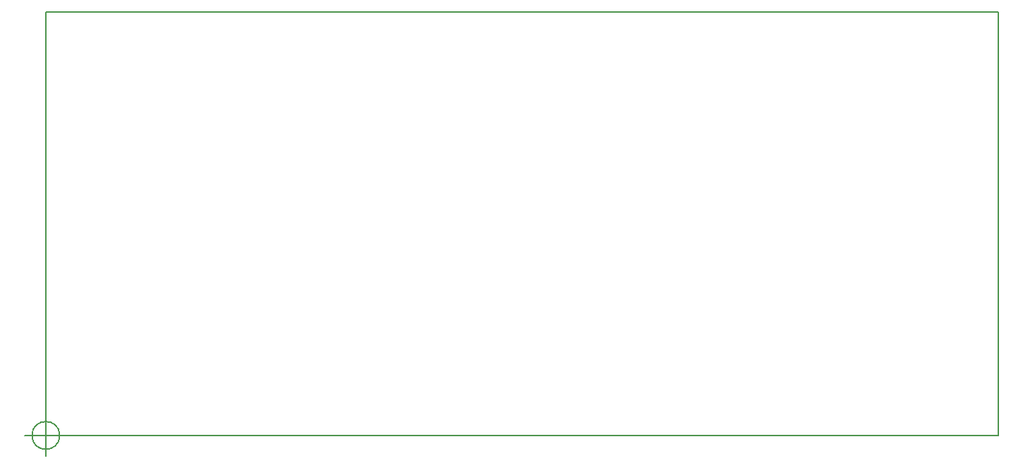
<source format=gm1>
G04 #@! TF.GenerationSoftware,KiCad,Pcbnew,(5.0.1-3-g963ef8bb5)*
G04 #@! TF.CreationDate,2018-11-01T01:45:16+09:00*
G04 #@! TF.ProjectId,firstTraining,6669727374547261696E696E672E6B69,rev?*
G04 #@! TF.SameCoordinates,Original*
G04 #@! TF.FileFunction,Profile,NP*
%FSLAX46Y46*%
G04 Gerber Fmt 4.6, Leading zero omitted, Abs format (unit mm)*
G04 Created by KiCad (PCBNEW (5.0.1-3-g963ef8bb5)) date 2018年11月01日 木曜日 01:45:16*
%MOMM*%
%LPD*%
G01*
G04 APERTURE LIST*
%ADD10C,0.150000*%
G04 APERTURE END LIST*
D10*
X65166666Y-113030000D02*
G75*
G03X65166666Y-113030000I-1666666J0D01*
G01*
X61000000Y-113030000D02*
X66000000Y-113030000D01*
X63500000Y-110530000D02*
X63500000Y-115530000D01*
X63500000Y-113030000D02*
X63500000Y-62230000D01*
X63500000Y-62230000D02*
X177800000Y-62230000D01*
X177800000Y-113030000D02*
X177800000Y-62230000D01*
X63500000Y-113030000D02*
X177800000Y-113030000D01*
M02*

</source>
